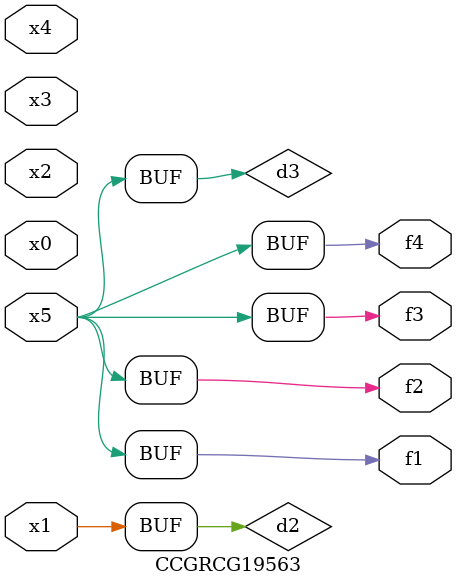
<source format=v>
module CCGRCG19563(
	input x0, x1, x2, x3, x4, x5,
	output f1, f2, f3, f4
);

	wire d1, d2, d3;

	not (d1, x5);
	or (d2, x1);
	xnor (d3, d1);
	assign f1 = d3;
	assign f2 = d3;
	assign f3 = d3;
	assign f4 = d3;
endmodule

</source>
